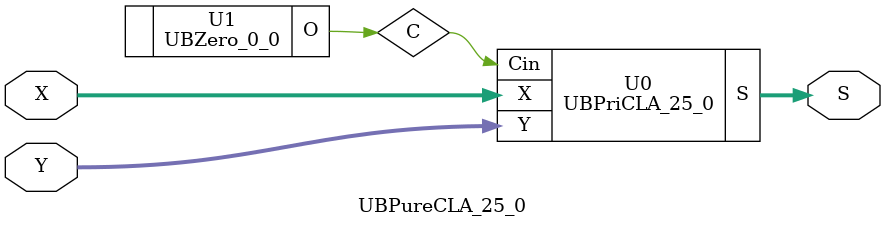
<source format=v>
/*----------------------------------------------------------------------------
  Copyright (c) 2021 Homma laboratory. All rights reserved.

  Top module: UBCLA_25_0_25_0

  Operand-1 length: 26
  Operand-2 length: 26
  Two-operand addition algorithm: Carry look-ahead adder
----------------------------------------------------------------------------*/

module GPGenerator(Go, Po, A, B);
  output Go;
  output Po;
  input A;
  input B;
  assign Go = A & B;
  assign Po = A ^ B;
endmodule

module CLAUnit_26(C, G, P, Cin);
  output [26:1] C;
  input Cin;
  input [25:0] G;
  input [25:0] P;
  assign C[1] = G[0] | ( P[0] & Cin );
  assign C[2] = G[1] | ( P[1] & G[0] ) | ( P[1] & P[0] & Cin );
  assign C[3] = G[2] | ( P[2] & G[1] ) | ( P[2] & P[1] & G[0] ) | ( P[2] & P[1] & P[0] & Cin );
  assign C[4] = G[3] | ( P[3] & G[2] ) | ( P[3] & P[2] & G[1] ) | ( P[3] & P[2] & P[1] & G[0] ) | ( P[3] & P[2] & P[1] & P[0] & Cin );
  assign C[5] = G[4] | ( P[4] & G[3] ) | ( P[4] & P[3] & G[2] ) | ( P[4] & P[3] & P[2] & G[1] ) | ( P[4] & P[3] & P[2] & P[1] & G[0] ) | ( P[4] & P[3] & P[2] & P[1] & P[0] & Cin );
  assign C[6] = G[5] | ( P[5] & G[4] ) | ( P[5] & P[4] & G[3] ) | ( P[5] & P[4] & P[3] & G[2] ) | ( P[5] & P[4] & P[3] & P[2] & G[1] ) | ( P[5] & P[4] & P[3] & P[2] & P[1] & G[0] ) | ( P[5] & P[4] & P[3]
 & P[2] & P[1] & P[0] & Cin );
  assign C[7] = G[6] | ( P[6] & G[5] ) | ( P[6] & P[5] & G[4] ) | ( P[6] & P[5] & P[4] & G[3] ) | ( P[6] & P[5] & P[4] & P[3] & G[2] ) | ( P[6] & P[5] & P[4] & P[3] & P[2] & G[1] ) | ( P[6] & P[5] & P[4]
 & P[3] & P[2] & P[1] & G[0] ) | ( P[6] & P[5] & P[4] & P[3] & P[2] & P[1] & P[0] & Cin );
  assign C[8] = G[7] | ( P[7] & G[6] ) | ( P[7] & P[6] & G[5] ) | ( P[7] & P[6] & P[5] & G[4] ) | ( P[7] & P[6] & P[5] & P[4] & G[3] ) | ( P[7] & P[6] & P[5] & P[4] & P[3] & G[2] ) | ( P[7] & P[6] & P[5]
 & P[4] & P[3] & P[2] & G[1] ) | ( P[7] & P[6] & P[5] & P[4] & P[3] & P[2] & P[1] & G[0] ) | ( P[7] & P[6] & P[5] & P[4] & P[3] & P[2] & P[1] & P[0] & Cin );
  assign C[9] = G[8] | ( P[8] & G[7] ) | ( P[8] & P[7] & G[6] ) | ( P[8] & P[7] & P[6] & G[5] ) | ( P[8] & P[7] & P[6] & P[5] & G[4] ) | ( P[8] & P[7] & P[6] & P[5] & P[4] & G[3] ) | ( P[8] & P[7] & P[6]
 & P[5] & P[4] & P[3] & G[2] ) | ( P[8] & P[7] & P[6] & P[5] & P[4] & P[3] & P[2] & G[1] ) | ( P[8] & P[7] & P[6] & P[5] & P[4] & P[3] & P[2] & P[1] & G[0] ) | ( P[8] & P[7] & P[6] & P[5] & P[4] & P[3]
 & P[2] & P[1] & P[0] & Cin );
  assign C[10] = G[9] | ( P[9] & G[8] ) | ( P[9] & P[8] & G[7] ) | ( P[9] & P[8] & P[7] & G[6] ) | ( P[9] & P[8] & P[7] & P[6] & G[5] ) | ( P[9] & P[8] & P[7] & P[6] & P[5] & G[4] ) | ( P[9] & P[8] & P[7]
 & P[6] & P[5] & P[4] & G[3] ) | ( P[9] & P[8] & P[7] & P[6] & P[5] & P[4] & P[3] & G[2] ) | ( P[9] & P[8] & P[7] & P[6] & P[5] & P[4] & P[3] & P[2] & G[1] ) | ( P[9] & P[8] & P[7] & P[6] & P[5] & P[4]
 & P[3] & P[2] & P[1] & G[0] ) | ( P[9] & P[8] & P[7] & P[6] & P[5] & P[4] & P[3] & P[2] & P[1] & P[0] & Cin );
  assign C[11] = G[10] | ( P[10] & G[9] ) | ( P[10] & P[9] & G[8] ) | ( P[10] & P[9] & P[8] & G[7] ) | ( P[10] & P[9] & P[8] & P[7] & G[6] ) | ( P[10] & P[9] & P[8] & P[7] & P[6] & G[5] ) | ( P[10] & P[9]
 & P[8] & P[7] & P[6] & P[5] & G[4] ) | ( P[10] & P[9] & P[8] & P[7] & P[6] & P[5] & P[4] & G[3] ) | ( P[10] & P[9] & P[8] & P[7] & P[6] & P[5] & P[4] & P[3] & G[2] ) | ( P[10] & P[9] & P[8] & P[7] & P[6]
 & P[5] & P[4] & P[3] & P[2] & G[1] ) | ( P[10] & P[9] & P[8] & P[7] & P[6] & P[5] & P[4] & P[3] & P[2] & P[1] & G[0] ) | ( P[10] & P[9] & P[8] & P[7] & P[6] & P[5] & P[4] & P[3] & P[2] & P[1] & P[0] &
 Cin );
  assign C[12] = G[11] | ( P[11] & G[10] ) | ( P[11] & P[10] & G[9] ) | ( P[11] & P[10] & P[9] & G[8] ) | ( P[11] & P[10] & P[9] & P[8] & G[7] ) | ( P[11] & P[10] & P[9] & P[8] & P[7] & G[6] ) | ( P[11]
 & P[10] & P[9] & P[8] & P[7] & P[6] & G[5] ) | ( P[11] & P[10] & P[9] & P[8] & P[7] & P[6] & P[5] & G[4] ) | ( P[11] & P[10] & P[9] & P[8] & P[7] & P[6] & P[5] & P[4] & G[3] ) | ( P[11] & P[10] & P[9]
 & P[8] & P[7] & P[6] & P[5] & P[4] & P[3] & G[2] ) | ( P[11] & P[10] & P[9] & P[8] & P[7] & P[6] & P[5] & P[4] & P[3] & P[2] & G[1] ) | ( P[11] & P[10] & P[9] & P[8] & P[7] & P[6] & P[5] & P[4] & P[3]
 & P[2] & P[1] & G[0] ) | ( P[11] & P[10] & P[9] & P[8] & P[7] & P[6] & P[5] & P[4] & P[3] & P[2] & P[1] & P[0] & Cin );
  assign C[13] = G[12] | ( P[12] & G[11] ) | ( P[12] & P[11] & G[10] ) | ( P[12] & P[11] & P[10] & G[9] ) | ( P[12] & P[11] & P[10] & P[9] & G[8] ) | ( P[12] & P[11] & P[10] & P[9] & P[8] & G[7] ) | ( P[12]
 & P[11] & P[10] & P[9] & P[8] & P[7] & G[6] ) | ( P[12] & P[11] & P[10] & P[9] & P[8] & P[7] & P[6] & G[5] ) | ( P[12] & P[11] & P[10] & P[9] & P[8] & P[7] & P[6] & P[5] & G[4] ) | ( P[12] & P[11] & P[10]
 & P[9] & P[8] & P[7] & P[6] & P[5] & P[4] & G[3] ) | ( P[12] & P[11] & P[10] & P[9] & P[8] & P[7] & P[6] & P[5] & P[4] & P[3] & G[2] ) | ( P[12] & P[11] & P[10] & P[9] & P[8] & P[7] & P[6] & P[5] & P[4]
 & P[3] & P[2] & G[1] ) | ( P[12] & P[11] & P[10] & P[9] & P[8] & P[7] & P[6] & P[5] & P[4] & P[3] & P[2] & P[1] & G[0] ) | ( P[12] & P[11] & P[10] & P[9] & P[8] & P[7] & P[6] & P[5] & P[4] & P[3] & P[2]
 & P[1] & P[0] & Cin );
  assign C[14] = G[13] | ( P[13] & G[12] ) | ( P[13] & P[12] & G[11] ) | ( P[13] & P[12] & P[11] & G[10] ) | ( P[13] & P[12] & P[11] & P[10] & G[9] ) | ( P[13] & P[12] & P[11] & P[10] & P[9] & G[8] ) |
 ( P[13] & P[12] & P[11] & P[10] & P[9] & P[8] & G[7] ) | ( P[13] & P[12] & P[11] & P[10] & P[9] & P[8] & P[7] & G[6] ) | ( P[13] & P[12] & P[11] & P[10] & P[9] & P[8] & P[7] & P[6] & G[5] ) | ( P[13] &
 P[12] & P[11] & P[10] & P[9] & P[8] & P[7] & P[6] & P[5] & G[4] ) | ( P[13] & P[12] & P[11] & P[10] & P[9] & P[8] & P[7] & P[6] & P[5] & P[4] & G[3] ) | ( P[13] & P[12] & P[11] & P[10] & P[9] & P[8] &
 P[7] & P[6] & P[5] & P[4] & P[3] & G[2] ) | ( P[13] & P[12] & P[11] & P[10] & P[9] & P[8] & P[7] & P[6] & P[5] & P[4] & P[3] & P[2] & G[1] ) | ( P[13] & P[12] & P[11] & P[10] & P[9] & P[8] & P[7] & P[6]
 & P[5] & P[4] & P[3] & P[2] & P[1] & G[0] ) | ( P[13] & P[12] & P[11] & P[10] & P[9] & P[8] & P[7] & P[6] & P[5] & P[4] & P[3] & P[2] & P[1] & P[0] & Cin );
  assign C[15] = G[14] | ( P[14] & G[13] ) | ( P[14] & P[13] & G[12] ) | ( P[14] & P[13] & P[12] & G[11] ) | ( P[14] & P[13] & P[12] & P[11] & G[10] ) | ( P[14] & P[13] & P[12] & P[11] & P[10] & G[9] )
 | ( P[14] & P[13] & P[12] & P[11] & P[10] & P[9] & G[8] ) | ( P[14] & P[13] & P[12] & P[11] & P[10] & P[9] & P[8] & G[7] ) | ( P[14] & P[13] & P[12] & P[11] & P[10] & P[9] & P[8] & P[7] & G[6] ) | ( P[14]
 & P[13] & P[12] & P[11] & P[10] & P[9] & P[8] & P[7] & P[6] & G[5] ) | ( P[14] & P[13] & P[12] & P[11] & P[10] & P[9] & P[8] & P[7] & P[6] & P[5] & G[4] ) | ( P[14] & P[13] & P[12] & P[11] & P[10] & P[9]
 & P[8] & P[7] & P[6] & P[5] & P[4] & G[3] ) | ( P[14] & P[13] & P[12] & P[11] & P[10] & P[9] & P[8] & P[7] & P[6] & P[5] & P[4] & P[3] & G[2] ) | ( P[14] & P[13] & P[12] & P[11] & P[10] & P[9] & P[8] &
 P[7] & P[6] & P[5] & P[4] & P[3] & P[2] & G[1] ) | ( P[14] & P[13] & P[12] & P[11] & P[10] & P[9] & P[8] & P[7] & P[6] & P[5] & P[4] & P[3] & P[2] & P[1] & G[0] ) | ( P[14] & P[13] & P[12] & P[11] & P[10]
 & P[9] & P[8] & P[7] & P[6] & P[5] & P[4] & P[3] & P[2] & P[1] & P[0] & Cin );
  assign C[16] = G[15] | ( P[15] & G[14] ) | ( P[15] & P[14] & G[13] ) | ( P[15] & P[14] & P[13] & G[12] ) | ( P[15] & P[14] & P[13] & P[12] & G[11] ) | ( P[15] & P[14] & P[13] & P[12] & P[11] & G[10] )
 | ( P[15] & P[14] & P[13] & P[12] & P[11] & P[10] & G[9] ) | ( P[15] & P[14] & P[13] & P[12] & P[11] & P[10] & P[9] & G[8] ) | ( P[15] & P[14] & P[13] & P[12] & P[11] & P[10] & P[9] & P[8] & G[7] ) | (
 P[15] & P[14] & P[13] & P[12] & P[11] & P[10] & P[9] & P[8] & P[7] & G[6] ) | ( P[15] & P[14] & P[13] & P[12] & P[11] & P[10] & P[9] & P[8] & P[7] & P[6] & G[5] ) | ( P[15] & P[14] & P[13] & P[12] & P[11]
 & P[10] & P[9] & P[8] & P[7] & P[6] & P[5] & G[4] ) | ( P[15] & P[14] & P[13] & P[12] & P[11] & P[10] & P[9] & P[8] & P[7] & P[6] & P[5] & P[4] & G[3] ) | ( P[15] & P[14] & P[13] & P[12] & P[11] & P[10]
 & P[9] & P[8] & P[7] & P[6] & P[5] & P[4] & P[3] & G[2] ) | ( P[15] & P[14] & P[13] & P[12] & P[11] & P[10] & P[9] & P[8] & P[7] & P[6] & P[5] & P[4] & P[3] & P[2] & G[1] ) | ( P[15] & P[14] & P[13] &
 P[12] & P[11] & P[10] & P[9] & P[8] & P[7] & P[6] & P[5] & P[4] & P[3] & P[2] & P[1] & G[0] ) | ( P[15] & P[14] & P[13] & P[12] & P[11] & P[10] & P[9] & P[8] & P[7] & P[6] & P[5] & P[4] & P[3] & P[2] &
 P[1] & P[0] & Cin );
  assign C[17] = G[16] | ( P[16] & G[15] ) | ( P[16] & P[15] & G[14] ) | ( P[16] & P[15] & P[14] & G[13] ) | ( P[16] & P[15] & P[14] & P[13] & G[12] ) | ( P[16] & P[15] & P[14] & P[13] & P[12] & G[11] )
 | ( P[16] & P[15] & P[14] & P[13] & P[12] & P[11] & G[10] ) | ( P[16] & P[15] & P[14] & P[13] & P[12] & P[11] & P[10] & G[9] ) | ( P[16] & P[15] & P[14] & P[13] & P[12] & P[11] & P[10] & P[9] & G[8] )
 | ( P[16] & P[15] & P[14] & P[13] & P[12] & P[11] & P[10] & P[9] & P[8] & G[7] ) | ( P[16] & P[15] & P[14] & P[13] & P[12] & P[11] & P[10] & P[9] & P[8] & P[7] & G[6] ) | ( P[16] & P[15] & P[14] & P[13]
 & P[12] & P[11] & P[10] & P[9] & P[8] & P[7] & P[6] & G[5] ) | ( P[16] & P[15] & P[14] & P[13] & P[12] & P[11] & P[10] & P[9] & P[8] & P[7] & P[6] & P[5] & G[4] ) | ( P[16] & P[15] & P[14] & P[13] & P[12]
 & P[11] & P[10] & P[9] & P[8] & P[7] & P[6] & P[5] & P[4] & G[3] ) | ( P[16] & P[15] & P[14] & P[13] & P[12] & P[11] & P[10] & P[9] & P[8] & P[7] & P[6] & P[5] & P[4] & P[3] & G[2] ) | ( P[16] & P[15]
 & P[14] & P[13] & P[12] & P[11] & P[10] & P[9] & P[8] & P[7] & P[6] & P[5] & P[4] & P[3] & P[2] & G[1] ) | ( P[16] & P[15] & P[14] & P[13] & P[12] & P[11] & P[10] & P[9] & P[8] & P[7] & P[6] & P[5] & P[4]
 & P[3] & P[2] & P[1] & G[0] ) | ( P[16] & P[15] & P[14] & P[13] & P[12] & P[11] & P[10] & P[9] & P[8] & P[7] & P[6] & P[5] & P[4] & P[3] & P[2] & P[1] & P[0] & Cin );
  assign C[18] = G[17] | ( P[17] & G[16] ) | ( P[17] & P[16] & G[15] ) | ( P[17] & P[16] & P[15] & G[14] ) | ( P[17] & P[16] & P[15] & P[14] & G[13] ) | ( P[17] & P[16] & P[15] & P[14] & P[13] & G[12] )
 | ( P[17] & P[16] & P[15] & P[14] & P[13] & P[12] & G[11] ) | ( P[17] & P[16] & P[15] & P[14] & P[13] & P[12] & P[11] & G[10] ) | ( P[17] & P[16] & P[15] & P[14] & P[13] & P[12] & P[11] & P[10] & G[9]
 ) | ( P[17] & P[16] & P[15] & P[14] & P[13] & P[12] & P[11] & P[10] & P[9] & G[8] ) | ( P[17] & P[16] & P[15] & P[14] & P[13] & P[12] & P[11] & P[10] & P[9] & P[8] & G[7] ) | ( P[17] & P[16] & P[15] &
 P[14] & P[13] & P[12] & P[11] & P[10] & P[9] & P[8] & P[7] & G[6] ) | ( P[17] & P[16] & P[15] & P[14] & P[13] & P[12] & P[11] & P[10] & P[9] & P[8] & P[7] & P[6] & G[5] ) | ( P[17] & P[16] & P[15] & P[14]
 & P[13] & P[12] & P[11] & P[10] & P[9] & P[8] & P[7] & P[6] & P[5] & G[4] ) | ( P[17] & P[16] & P[15] & P[14] & P[13] & P[12] & P[11] & P[10] & P[9] & P[8] & P[7] & P[6] & P[5] & P[4] & G[3] ) | ( P[17]
 & P[16] & P[15] & P[14] & P[13] & P[12] & P[11] & P[10] & P[9] & P[8] & P[7] & P[6] & P[5] & P[4] & P[3] & G[2] ) | ( P[17] & P[16] & P[15] & P[14] & P[13] & P[12] & P[11] & P[10] & P[9] & P[8] & P[7]
 & P[6] & P[5] & P[4] & P[3] & P[2] & G[1] ) | ( P[17] & P[16] & P[15] & P[14] & P[13] & P[12] & P[11] & P[10] & P[9] & P[8] & P[7] & P[6] & P[5] & P[4] & P[3] & P[2] & P[1] & G[0] ) | ( P[17] & P[16] &
 P[15] & P[14] & P[13] & P[12] & P[11] & P[10] & P[9] & P[8] & P[7] & P[6] & P[5] & P[4] & P[3] & P[2] & P[1] & P[0] & Cin );
  assign C[19] = G[18] | ( P[18] & G[17] ) | ( P[18] & P[17] & G[16] ) | ( P[18] & P[17] & P[16] & G[15] ) | ( P[18] & P[17] & P[16] & P[15] & G[14] ) | ( P[18] & P[17] & P[16] & P[15] & P[14] & G[13] )
 | ( P[18] & P[17] & P[16] & P[15] & P[14] & P[13] & G[12] ) | ( P[18] & P[17] & P[16] & P[15] & P[14] & P[13] & P[12] & G[11] ) | ( P[18] & P[17] & P[16] & P[15] & P[14] & P[13] & P[12] & P[11] & G[10]
 ) | ( P[18] & P[17] & P[16] & P[15] & P[14] & P[13] & P[12] & P[11] & P[10] & G[9] ) | ( P[18] & P[17] & P[16] & P[15] & P[14] & P[13] & P[12] & P[11] & P[10] & P[9] & G[8] ) | ( P[18] & P[17] & P[16]
 & P[15] & P[14] & P[13] & P[12] & P[11] & P[10] & P[9] & P[8] & G[7] ) | ( P[18] & P[17] & P[16] & P[15] & P[14] & P[13] & P[12] & P[11] & P[10] & P[9] & P[8] & P[7] & G[6] ) | ( P[18] & P[17] & P[16]
 & P[15] & P[14] & P[13] & P[12] & P[11] & P[10] & P[9] & P[8] & P[7] & P[6] & G[5] ) | ( P[18] & P[17] & P[16] & P[15] & P[14] & P[13] & P[12] & P[11] & P[10] & P[9] & P[8] & P[7] & P[6] & P[5] & G[4]
 ) | ( P[18] & P[17] & P[16] & P[15] & P[14] & P[13] & P[12] & P[11] & P[10] & P[9] & P[8] & P[7] & P[6] & P[5] & P[4] & G[3] ) | ( P[18] & P[17] & P[16] & P[15] & P[14] & P[13] & P[12] & P[11] & P[10]
 & P[9] & P[8] & P[7] & P[6] & P[5] & P[4] & P[3] & G[2] ) | ( P[18] & P[17] & P[16] & P[15] & P[14] & P[13] & P[12] & P[11] & P[10] & P[9] & P[8] & P[7] & P[6] & P[5] & P[4] & P[3] & P[2] & G[1] ) | (
 P[18] & P[17] & P[16] & P[15] & P[14] & P[13] & P[12] & P[11] & P[10] & P[9] & P[8] & P[7] & P[6] & P[5] & P[4] & P[3] & P[2] & P[1] & G[0] ) | ( P[18] & P[17] & P[16] & P[15] & P[14] & P[13] & P[12] &
 P[11] & P[10] & P[9] & P[8] & P[7] & P[6] & P[5] & P[4] & P[3] & P[2] & P[1] & P[0] & Cin );
  assign C[20] = G[19] | ( P[19] & G[18] ) | ( P[19] & P[18] & G[17] ) | ( P[19] & P[18] & P[17] & G[16] ) | ( P[19] & P[18] & P[17] & P[16] & G[15] ) | ( P[19] & P[18] & P[17] & P[16] & P[15] & G[14] )
 | ( P[19] & P[18] & P[17] & P[16] & P[15] & P[14] & G[13] ) | ( P[19] & P[18] & P[17] & P[16] & P[15] & P[14] & P[13] & G[12] ) | ( P[19] & P[18] & P[17] & P[16] & P[15] & P[14] & P[13] & P[12] & G[11]
 ) | ( P[19] & P[18] & P[17] & P[16] & P[15] & P[14] & P[13] & P[12] & P[11] & G[10] ) | ( P[19] & P[18] & P[17] & P[16] & P[15] & P[14] & P[13] & P[12] & P[11] & P[10] & G[9] ) | ( P[19] & P[18] & P[17]
 & P[16] & P[15] & P[14] & P[13] & P[12] & P[11] & P[10] & P[9] & G[8] ) | ( P[19] & P[18] & P[17] & P[16] & P[15] & P[14] & P[13] & P[12] & P[11] & P[10] & P[9] & P[8] & G[7] ) | ( P[19] & P[18] & P[17]
 & P[16] & P[15] & P[14] & P[13] & P[12] & P[11] & P[10] & P[9] & P[8] & P[7] & G[6] ) | ( P[19] & P[18] & P[17] & P[16] & P[15] & P[14] & P[13] & P[12] & P[11] & P[10] & P[9] & P[8] & P[7] & P[6] & G[5]
 ) | ( P[19] & P[18] & P[17] & P[16] & P[15] & P[14] & P[13] & P[12] & P[11] & P[10] & P[9] & P[8] & P[7] & P[6] & P[5] & G[4] ) | ( P[19] & P[18] & P[17] & P[16] & P[15] & P[14] & P[13] & P[12] & P[11]
 & P[10] & P[9] & P[8] & P[7] & P[6] & P[5] & P[4] & G[3] ) | ( P[19] & P[18] & P[17] & P[16] & P[15] & P[14] & P[13] & P[12] & P[11] & P[10] & P[9] & P[8] & P[7] & P[6] & P[5] & P[4] & P[3] & G[2] ) |
 ( P[19] & P[18] & P[17] & P[16] & P[15] & P[14] & P[13] & P[12] & P[11] & P[10] & P[9] & P[8] & P[7] & P[6] & P[5] & P[4] & P[3] & P[2] & G[1] ) | ( P[19] & P[18] & P[17] & P[16] & P[15] & P[14] & P[13]
 & P[12] & P[11] & P[10] & P[9] & P[8] & P[7] & P[6] & P[5] & P[4] & P[3] & P[2] & P[1] & G[0] ) | ( P[19] & P[18] & P[17] & P[16] & P[15] & P[14] & P[13] & P[12] & P[11] & P[10] & P[9] & P[8] & P[7] &
 P[6] & P[5] & P[4] & P[3] & P[2] & P[1] & P[0] & Cin );
  assign C[21] = G[20] | ( P[20] & G[19] ) | ( P[20] & P[19] & G[18] ) | ( P[20] & P[19] & P[18] & G[17] ) | ( P[20] & P[19] & P[18] & P[17] & G[16] ) | ( P[20] & P[19] & P[18] & P[17] & P[16] & G[15] )
 | ( P[20] & P[19] & P[18] & P[17] & P[16] & P[15] & G[14] ) | ( P[20] & P[19] & P[18] & P[17] & P[16] & P[15] & P[14] & G[13] ) | ( P[20] & P[19] & P[18] & P[17] & P[16] & P[15] & P[14] & P[13] & G[12]
 ) | ( P[20] & P[19] & P[18] & P[17] & P[16] & P[15] & P[14] & P[13] & P[12] & G[11] ) | ( P[20] & P[19] & P[18] & P[17] & P[16] & P[15] & P[14] & P[13] & P[12] & P[11] & G[10] ) | ( P[20] & P[19] & P[18]
 & P[17] & P[16] & P[15] & P[14] & P[13] & P[12] & P[11] & P[10] & G[9] ) | ( P[20] & P[19] & P[18] & P[17] & P[16] & P[15] & P[14] & P[13] & P[12] & P[11] & P[10] & P[9] & G[8] ) | ( P[20] & P[19] & P[18]
 & P[17] & P[16] & P[15] & P[14] & P[13] & P[12] & P[11] & P[10] & P[9] & P[8] & G[7] ) | ( P[20] & P[19] & P[18] & P[17] & P[16] & P[15] & P[14] & P[13] & P[12] & P[11] & P[10] & P[9] & P[8] & P[7] & G[6]
 ) | ( P[20] & P[19] & P[18] & P[17] & P[16] & P[15] & P[14] & P[13] & P[12] & P[11] & P[10] & P[9] & P[8] & P[7] & P[6] & G[5] ) | ( P[20] & P[19] & P[18] & P[17] & P[16] & P[15] & P[14] & P[13] & P[12]
 & P[11] & P[10] & P[9] & P[8] & P[7] & P[6] & P[5] & G[4] ) | ( P[20] & P[19] & P[18] & P[17] & P[16] & P[15] & P[14] & P[13] & P[12] & P[11] & P[10] & P[9] & P[8] & P[7] & P[6] & P[5] & P[4] & G[3] )
 | ( P[20] & P[19] & P[18] & P[17] & P[16] & P[15] & P[14] & P[13] & P[12] & P[11] & P[10] & P[9] & P[8] & P[7] & P[6] & P[5] & P[4] & P[3] & G[2] ) | ( P[20] & P[19] & P[18] & P[17] & P[16] & P[15] & P[14]
 & P[13] & P[12] & P[11] & P[10] & P[9] & P[8] & P[7] & P[6] & P[5] & P[4] & P[3] & P[2] & G[1] ) | ( P[20] & P[19] & P[18] & P[17] & P[16] & P[15] & P[14] & P[13] & P[12] & P[11] & P[10] & P[9] & P[8]
 & P[7] & P[6] & P[5] & P[4] & P[3] & P[2] & P[1] & G[0] ) | ( P[20] & P[19] & P[18] & P[17] & P[16] & P[15] & P[14] & P[13] & P[12] & P[11] & P[10] & P[9] & P[8] & P[7] & P[6] & P[5] & P[4] & P[3] & P[2]
 & P[1] & P[0] & Cin );
  assign C[22] = G[21] | ( P[21] & G[20] ) | ( P[21] & P[20] & G[19] ) | ( P[21] & P[20] & P[19] & G[18] ) | ( P[21] & P[20] & P[19] & P[18] & G[17] ) | ( P[21] & P[20] & P[19] & P[18] & P[17] & G[16] )
 | ( P[21] & P[20] & P[19] & P[18] & P[17] & P[16] & G[15] ) | ( P[21] & P[20] & P[19] & P[18] & P[17] & P[16] & P[15] & G[14] ) | ( P[21] & P[20] & P[19] & P[18] & P[17] & P[16] & P[15] & P[14] & G[13]
 ) | ( P[21] & P[20] & P[19] & P[18] & P[17] & P[16] & P[15] & P[14] & P[13] & G[12] ) | ( P[21] & P[20] & P[19] & P[18] & P[17] & P[16] & P[15] & P[14] & P[13] & P[12] & G[11] ) | ( P[21] & P[20] & P[19]
 & P[18] & P[17] & P[16] & P[15] & P[14] & P[13] & P[12] & P[11] & G[10] ) | ( P[21] & P[20] & P[19] & P[18] & P[17] & P[16] & P[15] & P[14] & P[13] & P[12] & P[11] & P[10] & G[9] ) | ( P[21] & P[20] &
 P[19] & P[18] & P[17] & P[16] & P[15] & P[14] & P[13] & P[12] & P[11] & P[10] & P[9] & G[8] ) | ( P[21] & P[20] & P[19] & P[18] & P[17] & P[16] & P[15] & P[14] & P[13] & P[12] & P[11] & P[10] & P[9] &
 P[8] & G[7] ) | ( P[21] & P[20] & P[19] & P[18] & P[17] & P[16] & P[15] & P[14] & P[13] & P[12] & P[11] & P[10] & P[9] & P[8] & P[7] & G[6] ) | ( P[21] & P[20] & P[19] & P[18] & P[17] & P[16] & P[15] &
 P[14] & P[13] & P[12] & P[11] & P[10] & P[9] & P[8] & P[7] & P[6] & G[5] ) | ( P[21] & P[20] & P[19] & P[18] & P[17] & P[16] & P[15] & P[14] & P[13] & P[12] & P[11] & P[10] & P[9] & P[8] & P[7] & P[6]
 & P[5] & G[4] ) | ( P[21] & P[20] & P[19] & P[18] & P[17] & P[16] & P[15] & P[14] & P[13] & P[12] & P[11] & P[10] & P[9] & P[8] & P[7] & P[6] & P[5] & P[4] & G[3] ) | ( P[21] & P[20] & P[19] & P[18] &
 P[17] & P[16] & P[15] & P[14] & P[13] & P[12] & P[11] & P[10] & P[9] & P[8] & P[7] & P[6] & P[5] & P[4] & P[3] & G[2] ) | ( P[21] & P[20] & P[19] & P[18] & P[17] & P[16] & P[15] & P[14] & P[13] & P[12]
 & P[11] & P[10] & P[9] & P[8] & P[7] & P[6] & P[5] & P[4] & P[3] & P[2] & G[1] ) | ( P[21] & P[20] & P[19] & P[18] & P[17] & P[16] & P[15] & P[14] & P[13] & P[12] & P[11] & P[10] & P[9] & P[8] & P[7] &
 P[6] & P[5] & P[4] & P[3] & P[2] & P[1] & G[0] ) | ( P[21] & P[20] & P[19] & P[18] & P[17] & P[16] & P[15] & P[14] & P[13] & P[12] & P[11] & P[10] & P[9] & P[8] & P[7] & P[6] & P[5] & P[4] & P[3] & P[2]
 & P[1] & P[0] & Cin );
  assign C[23] = G[22] | ( P[22] & G[21] ) | ( P[22] & P[21] & G[20] ) | ( P[22] & P[21] & P[20] & G[19] ) | ( P[22] & P[21] & P[20] & P[19] & G[18] ) | ( P[22] & P[21] & P[20] & P[19] & P[18] & G[17] )
 | ( P[22] & P[21] & P[20] & P[19] & P[18] & P[17] & G[16] ) | ( P[22] & P[21] & P[20] & P[19] & P[18] & P[17] & P[16] & G[15] ) | ( P[22] & P[21] & P[20] & P[19] & P[18] & P[17] & P[16] & P[15] & G[14]
 ) | ( P[22] & P[21] & P[20] & P[19] & P[18] & P[17] & P[16] & P[15] & P[14] & G[13] ) | ( P[22] & P[21] & P[20] & P[19] & P[18] & P[17] & P[16] & P[15] & P[14] & P[13] & G[12] ) | ( P[22] & P[21] & P[20]
 & P[19] & P[18] & P[17] & P[16] & P[15] & P[14] & P[13] & P[12] & G[11] ) | ( P[22] & P[21] & P[20] & P[19] & P[18] & P[17] & P[16] & P[15] & P[14] & P[13] & P[12] & P[11] & G[10] ) | ( P[22] & P[21] &
 P[20] & P[19] & P[18] & P[17] & P[16] & P[15] & P[14] & P[13] & P[12] & P[11] & P[10] & G[9] ) | ( P[22] & P[21] & P[20] & P[19] & P[18] & P[17] & P[16] & P[15] & P[14] & P[13] & P[12] & P[11] & P[10]
 & P[9] & G[8] ) | ( P[22] & P[21] & P[20] & P[19] & P[18] & P[17] & P[16] & P[15] & P[14] & P[13] & P[12] & P[11] & P[10] & P[9] & P[8] & G[7] ) | ( P[22] & P[21] & P[20] & P[19] & P[18] & P[17] & P[16]
 & P[15] & P[14] & P[13] & P[12] & P[11] & P[10] & P[9] & P[8] & P[7] & G[6] ) | ( P[22] & P[21] & P[20] & P[19] & P[18] & P[17] & P[16] & P[15] & P[14] & P[13] & P[12] & P[11] & P[10] & P[9] & P[8] & P[7]
 & P[6] & G[5] ) | ( P[22] & P[21] & P[20] & P[19] & P[18] & P[17] & P[16] & P[15] & P[14] & P[13] & P[12] & P[11] & P[10] & P[9] & P[8] & P[7] & P[6] & P[5] & G[4] ) | ( P[22] & P[21] & P[20] & P[19] &
 P[18] & P[17] & P[16] & P[15] & P[14] & P[13] & P[12] & P[11] & P[10] & P[9] & P[8] & P[7] & P[6] & P[5] & P[4] & G[3] ) | ( P[22] & P[21] & P[20] & P[19] & P[18] & P[17] & P[16] & P[15] & P[14] & P[13]
 & P[12] & P[11] & P[10] & P[9] & P[8] & P[7] & P[6] & P[5] & P[4] & P[3] & G[2] ) | ( P[22] & P[21] & P[20] & P[19] & P[18] & P[17] & P[16] & P[15] & P[14] & P[13] & P[12] & P[11] & P[10] & P[9] & P[8]
 & P[7] & P[6] & P[5] & P[4] & P[3] & P[2] & G[1] ) | ( P[22] & P[21] & P[20] & P[19] & P[18] & P[17] & P[16] & P[15] & P[14] & P[13] & P[12] & P[11] & P[10] & P[9] & P[8] & P[7] & P[6] & P[5] & P[4] &
 P[3] & P[2] & P[1] & G[0] ) | ( P[22] & P[21] & P[20] & P[19] & P[18] & P[17] & P[16] & P[15] & P[14] & P[13] & P[12] & P[11] & P[10] & P[9] & P[8] & P[7] & P[6] & P[5] & P[4] & P[3] & P[2] & P[1] & P[0]
 & Cin );
  assign C[24] = G[23] | ( P[23] & G[22] ) | ( P[23] & P[22] & G[21] ) | ( P[23] & P[22] & P[21] & G[20] ) | ( P[23] & P[22] & P[21] & P[20] & G[19] ) | ( P[23] & P[22] & P[21] & P[20] & P[19] & G[18] )
 | ( P[23] & P[22] & P[21] & P[20] & P[19] & P[18] & G[17] ) | ( P[23] & P[22] & P[21] & P[20] & P[19] & P[18] & P[17] & G[16] ) | ( P[23] & P[22] & P[21] & P[20] & P[19] & P[18] & P[17] & P[16] & G[15]
 ) | ( P[23] & P[22] & P[21] & P[20] & P[19] & P[18] & P[17] & P[16] & P[15] & G[14] ) | ( P[23] & P[22] & P[21] & P[20] & P[19] & P[18] & P[17] & P[16] & P[15] & P[14] & G[13] ) | ( P[23] & P[22] & P[21]
 & P[20] & P[19] & P[18] & P[17] & P[16] & P[15] & P[14] & P[13] & G[12] ) | ( P[23] & P[22] & P[21] & P[20] & P[19] & P[18] & P[17] & P[16] & P[15] & P[14] & P[13] & P[12] & G[11] ) | ( P[23] & P[22] &
 P[21] & P[20] & P[19] & P[18] & P[17] & P[16] & P[15] & P[14] & P[13] & P[12] & P[11] & G[10] ) | ( P[23] & P[22] & P[21] & P[20] & P[19] & P[18] & P[17] & P[16] & P[15] & P[14] & P[13] & P[12] & P[11]
 & P[10] & G[9] ) | ( P[23] & P[22] & P[21] & P[20] & P[19] & P[18] & P[17] & P[16] & P[15] & P[14] & P[13] & P[12] & P[11] & P[10] & P[9] & G[8] ) | ( P[23] & P[22] & P[21] & P[20] & P[19] & P[18] & P[17]
 & P[16] & P[15] & P[14] & P[13] & P[12] & P[11] & P[10] & P[9] & P[8] & G[7] ) | ( P[23] & P[22] & P[21] & P[20] & P[19] & P[18] & P[17] & P[16] & P[15] & P[14] & P[13] & P[12] & P[11] & P[10] & P[9] &
 P[8] & P[7] & G[6] ) | ( P[23] & P[22] & P[21] & P[20] & P[19] & P[18] & P[17] & P[16] & P[15] & P[14] & P[13] & P[12] & P[11] & P[10] & P[9] & P[8] & P[7] & P[6] & G[5] ) | ( P[23] & P[22] & P[21] & P[20]
 & P[19] & P[18] & P[17] & P[16] & P[15] & P[14] & P[13] & P[12] & P[11] & P[10] & P[9] & P[8] & P[7] & P[6] & P[5] & G[4] ) | ( P[23] & P[22] & P[21] & P[20] & P[19] & P[18] & P[17] & P[16] & P[15] & P[14]
 & P[13] & P[12] & P[11] & P[10] & P[9] & P[8] & P[7] & P[6] & P[5] & P[4] & G[3] ) | ( P[23] & P[22] & P[21] & P[20] & P[19] & P[18] & P[17] & P[16] & P[15] & P[14] & P[13] & P[12] & P[11] & P[10] & P[9]
 & P[8] & P[7] & P[6] & P[5] & P[4] & P[3] & G[2] ) | ( P[23] & P[22] & P[21] & P[20] & P[19] & P[18] & P[17] & P[16] & P[15] & P[14] & P[13] & P[12] & P[11] & P[10] & P[9] & P[8] & P[7] & P[6] & P[5] &
 P[4] & P[3] & P[2] & G[1] ) | ( P[23] & P[22] & P[21] & P[20] & P[19] & P[18] & P[17] & P[16] & P[15] & P[14] & P[13] & P[12] & P[11] & P[10] & P[9] & P[8] & P[7] & P[6] & P[5] & P[4] & P[3] & P[2] & P[1]
 & G[0] ) | ( P[23] & P[22] & P[21] & P[20] & P[19] & P[18] & P[17] & P[16] & P[15] & P[14] & P[13] & P[12] & P[11] & P[10] & P[9] & P[8] & P[7] & P[6] & P[5] & P[4] & P[3] & P[2] & P[1] & P[0] & Cin );
  assign C[25] = G[24] | ( P[24] & G[23] ) | ( P[24] & P[23] & G[22] ) | ( P[24] & P[23] & P[22] & G[21] ) | ( P[24] & P[23] & P[22] & P[21] & G[20] ) | ( P[24] & P[23] & P[22] & P[21] & P[20] & G[19] )
 | ( P[24] & P[23] & P[22] & P[21] & P[20] & P[19] & G[18] ) | ( P[24] & P[23] & P[22] & P[21] & P[20] & P[19] & P[18] & G[17] ) | ( P[24] & P[23] & P[22] & P[21] & P[20] & P[19] & P[18] & P[17] & G[16]
 ) | ( P[24] & P[23] & P[22] & P[21] & P[20] & P[19] & P[18] & P[17] & P[16] & G[15] ) | ( P[24] & P[23] & P[22] & P[21] & P[20] & P[19] & P[18] & P[17] & P[16] & P[15] & G[14] ) | ( P[24] & P[23] & P[22]
 & P[21] & P[20] & P[19] & P[18] & P[17] & P[16] & P[15] & P[14] & G[13] ) | ( P[24] & P[23] & P[22] & P[21] & P[20] & P[19] & P[18] & P[17] & P[16] & P[15] & P[14] & P[13] & G[12] ) | ( P[24] & P[23] &
 P[22] & P[21] & P[20] & P[19] & P[18] & P[17] & P[16] & P[15] & P[14] & P[13] & P[12] & G[11] ) | ( P[24] & P[23] & P[22] & P[21] & P[20] & P[19] & P[18] & P[17] & P[16] & P[15] & P[14] & P[13] & P[12]
 & P[11] & G[10] ) | ( P[24] & P[23] & P[22] & P[21] & P[20] & P[19] & P[18] & P[17] & P[16] & P[15] & P[14] & P[13] & P[12] & P[11] & P[10] & G[9] ) | ( P[24] & P[23] & P[22] & P[21] & P[20] & P[19] &
 P[18] & P[17] & P[16] & P[15] & P[14] & P[13] & P[12] & P[11] & P[10] & P[9] & G[8] ) | ( P[24] & P[23] & P[22] & P[21] & P[20] & P[19] & P[18] & P[17] & P[16] & P[15] & P[14] & P[13] & P[12] & P[11] &
 P[10] & P[9] & P[8] & G[7] ) | ( P[24] & P[23] & P[22] & P[21] & P[20] & P[19] & P[18] & P[17] & P[16] & P[15] & P[14] & P[13] & P[12] & P[11] & P[10] & P[9] & P[8] & P[7] & G[6] ) | ( P[24] & P[23] &
 P[22] & P[21] & P[20] & P[19] & P[18] & P[17] & P[16] & P[15] & P[14] & P[13] & P[12] & P[11] & P[10] & P[9] & P[8] & P[7] & P[6] & G[5] ) | ( P[24] & P[23] & P[22] & P[21] & P[20] & P[19] & P[18] & P[17]
 & P[16] & P[15] & P[14] & P[13] & P[12] & P[11] & P[10] & P[9] & P[8] & P[7] & P[6] & P[5] & G[4] ) | ( P[24] & P[23] & P[22] & P[21] & P[20] & P[19] & P[18] & P[17] & P[16] & P[15] & P[14] & P[13] & P[12]
 & P[11] & P[10] & P[9] & P[8] & P[7] & P[6] & P[5] & P[4] & G[3] ) | ( P[24] & P[23] & P[22] & P[21] & P[20] & P[19] & P[18] & P[17] & P[16] & P[15] & P[14] & P[13] & P[12] & P[11] & P[10] & P[9] & P[8]
 & P[7] & P[6] & P[5] & P[4] & P[3] & G[2] ) | ( P[24] & P[23] & P[22] & P[21] & P[20] & P[19] & P[18] & P[17] & P[16] & P[15] & P[14] & P[13] & P[12] & P[11] & P[10] & P[9] & P[8] & P[7] & P[6] & P[5]
 & P[4] & P[3] & P[2] & G[1] ) | ( P[24] & P[23] & P[22] & P[21] & P[20] & P[19] & P[18] & P[17] & P[16] & P[15] & P[14] & P[13] & P[12] & P[11] & P[10] & P[9] & P[8] & P[7] & P[6] & P[5] & P[4] & P[3]
 & P[2] & P[1] & G[0] ) | ( P[24] & P[23] & P[22] & P[21] & P[20] & P[19] & P[18] & P[17] & P[16] & P[15] & P[14] & P[13] & P[12] & P[11] & P[10] & P[9] & P[8] & P[7] & P[6] & P[5] & P[4] & P[3] & P[2]
 & P[1] & P[0] & Cin );
  assign C[26] = G[25] | ( P[25] & G[24] ) | ( P[25] & P[24] & G[23] ) | ( P[25] & P[24] & P[23] & G[22] ) | ( P[25] & P[24] & P[23] & P[22] & G[21] ) | ( P[25] & P[24] & P[23] & P[22] & P[21] & G[20] )
 | ( P[25] & P[24] & P[23] & P[22] & P[21] & P[20] & G[19] ) | ( P[25] & P[24] & P[23] & P[22] & P[21] & P[20] & P[19] & G[18] ) | ( P[25] & P[24] & P[23] & P[22] & P[21] & P[20] & P[19] & P[18] & G[17]
 ) | ( P[25] & P[24] & P[23] & P[22] & P[21] & P[20] & P[19] & P[18] & P[17] & G[16] ) | ( P[25] & P[24] & P[23] & P[22] & P[21] & P[20] & P[19] & P[18] & P[17] & P[16] & G[15] ) | ( P[25] & P[24] & P[23]
 & P[22] & P[21] & P[20] & P[19] & P[18] & P[17] & P[16] & P[15] & G[14] ) | ( P[25] & P[24] & P[23] & P[22] & P[21] & P[20] & P[19] & P[18] & P[17] & P[16] & P[15] & P[14] & G[13] ) | ( P[25] & P[24] &
 P[23] & P[22] & P[21] & P[20] & P[19] & P[18] & P[17] & P[16] & P[15] & P[14] & P[13] & G[12] ) | ( P[25] & P[24] & P[23] & P[22] & P[21] & P[20] & P[19] & P[18] & P[17] & P[16] & P[15] & P[14] & P[13]
 & P[12] & G[11] ) | ( P[25] & P[24] & P[23] & P[22] & P[21] & P[20] & P[19] & P[18] & P[17] & P[16] & P[15] & P[14] & P[13] & P[12] & P[11] & G[10] ) | ( P[25] & P[24] & P[23] & P[22] & P[21] & P[20] &
 P[19] & P[18] & P[17] & P[16] & P[15] & P[14] & P[13] & P[12] & P[11] & P[10] & G[9] ) | ( P[25] & P[24] & P[23] & P[22] & P[21] & P[20] & P[19] & P[18] & P[17] & P[16] & P[15] & P[14] & P[13] & P[12]
 & P[11] & P[10] & P[9] & G[8] ) | ( P[25] & P[24] & P[23] & P[22] & P[21] & P[20] & P[19] & P[18] & P[17] & P[16] & P[15] & P[14] & P[13] & P[12] & P[11] & P[10] & P[9] & P[8] & G[7] ) | ( P[25] & P[24]
 & P[23] & P[22] & P[21] & P[20] & P[19] & P[18] & P[17] & P[16] & P[15] & P[14] & P[13] & P[12] & P[11] & P[10] & P[9] & P[8] & P[7] & G[6] ) | ( P[25] & P[24] & P[23] & P[22] & P[21] & P[20] & P[19] &
 P[18] & P[17] & P[16] & P[15] & P[14] & P[13] & P[12] & P[11] & P[10] & P[9] & P[8] & P[7] & P[6] & G[5] ) | ( P[25] & P[24] & P[23] & P[22] & P[21] & P[20] & P[19] & P[18] & P[17] & P[16] & P[15] & P[14]
 & P[13] & P[12] & P[11] & P[10] & P[9] & P[8] & P[7] & P[6] & P[5] & G[4] ) | ( P[25] & P[24] & P[23] & P[22] & P[21] & P[20] & P[19] & P[18] & P[17] & P[16] & P[15] & P[14] & P[13] & P[12] & P[11] & P[10]
 & P[9] & P[8] & P[7] & P[6] & P[5] & P[4] & G[3] ) | ( P[25] & P[24] & P[23] & P[22] & P[21] & P[20] & P[19] & P[18] & P[17] & P[16] & P[15] & P[14] & P[13] & P[12] & P[11] & P[10] & P[9] & P[8] & P[7]
 & P[6] & P[5] & P[4] & P[3] & G[2] ) | ( P[25] & P[24] & P[23] & P[22] & P[21] & P[20] & P[19] & P[18] & P[17] & P[16] & P[15] & P[14] & P[13] & P[12] & P[11] & P[10] & P[9] & P[8] & P[7] & P[6] & P[5]
 & P[4] & P[3] & P[2] & G[1] ) | ( P[25] & P[24] & P[23] & P[22] & P[21] & P[20] & P[19] & P[18] & P[17] & P[16] & P[15] & P[14] & P[13] & P[12] & P[11] & P[10] & P[9] & P[8] & P[7] & P[6] & P[5] & P[4]
 & P[3] & P[2] & P[1] & G[0] ) | ( P[25] & P[24] & P[23] & P[22] & P[21] & P[20] & P[19] & P[18] & P[17] & P[16] & P[15] & P[14] & P[13] & P[12] & P[11] & P[10] & P[9] & P[8] & P[7] & P[6] & P[5] & P[4]
 & P[3] & P[2] & P[1] & P[0] & Cin );
endmodule

module UBPriCLA_25_0(S, X, Y, Cin);
  output [26:0] S;
  input Cin;
  input [25:0] X;
  input [25:0] Y;
  wire [26:1] C;
  wire [25:0] G;
  wire [25:0] P;
  assign S[0] = Cin ^ P[0];
  assign S[1] = C[1] ^ P[1];
  assign S[2] = C[2] ^ P[2];
  assign S[3] = C[3] ^ P[3];
  assign S[4] = C[4] ^ P[4];
  assign S[5] = C[5] ^ P[5];
  assign S[6] = C[6] ^ P[6];
  assign S[7] = C[7] ^ P[7];
  assign S[8] = C[8] ^ P[8];
  assign S[9] = C[9] ^ P[9];
  assign S[10] = C[10] ^ P[10];
  assign S[11] = C[11] ^ P[11];
  assign S[12] = C[12] ^ P[12];
  assign S[13] = C[13] ^ P[13];
  assign S[14] = C[14] ^ P[14];
  assign S[15] = C[15] ^ P[15];
  assign S[16] = C[16] ^ P[16];
  assign S[17] = C[17] ^ P[17];
  assign S[18] = C[18] ^ P[18];
  assign S[19] = C[19] ^ P[19];
  assign S[20] = C[20] ^ P[20];
  assign S[21] = C[21] ^ P[21];
  assign S[22] = C[22] ^ P[22];
  assign S[23] = C[23] ^ P[23];
  assign S[24] = C[24] ^ P[24];
  assign S[25] = C[25] ^ P[25];
  assign S[26] = C[26];
  GPGenerator U0 (G[0], P[0], X[0], Y[0]);
  GPGenerator U1 (G[1], P[1], X[1], Y[1]);
  GPGenerator U2 (G[2], P[2], X[2], Y[2]);
  GPGenerator U3 (G[3], P[3], X[3], Y[3]);
  GPGenerator U4 (G[4], P[4], X[4], Y[4]);
  GPGenerator U5 (G[5], P[5], X[5], Y[5]);
  GPGenerator U6 (G[6], P[6], X[6], Y[6]);
  GPGenerator U7 (G[7], P[7], X[7], Y[7]);
  GPGenerator U8 (G[8], P[8], X[8], Y[8]);
  GPGenerator U9 (G[9], P[9], X[9], Y[9]);
  GPGenerator U10 (G[10], P[10], X[10], Y[10]);
  GPGenerator U11 (G[11], P[11], X[11], Y[11]);
  GPGenerator U12 (G[12], P[12], X[12], Y[12]);
  GPGenerator U13 (G[13], P[13], X[13], Y[13]);
  GPGenerator U14 (G[14], P[14], X[14], Y[14]);
  GPGenerator U15 (G[15], P[15], X[15], Y[15]);
  GPGenerator U16 (G[16], P[16], X[16], Y[16]);
  GPGenerator U17 (G[17], P[17], X[17], Y[17]);
  GPGenerator U18 (G[18], P[18], X[18], Y[18]);
  GPGenerator U19 (G[19], P[19], X[19], Y[19]);
  GPGenerator U20 (G[20], P[20], X[20], Y[20]);
  GPGenerator U21 (G[21], P[21], X[21], Y[21]);
  GPGenerator U22 (G[22], P[22], X[22], Y[22]);
  GPGenerator U23 (G[23], P[23], X[23], Y[23]);
  GPGenerator U24 (G[24], P[24], X[24], Y[24]);
  GPGenerator U25 (G[25], P[25], X[25], Y[25]);
  CLAUnit_26 U26 (C, G, P, Cin);
endmodule

module UBZero_0_0(O);
  output [0:0] O;
  assign O[0] = 0;
endmodule

module UBCLA_25_0_25_0 (S, X, Y);
  output [26:0] S;
  input [25:0] X;
  input [25:0] Y;
  UBPureCLA_25_0 U0 (S[26:0], X[25:0], Y[25:0]);
endmodule

module UBPureCLA_25_0 (S, X, Y);
  output [26:0] S;
  input [25:0] X;
  input [25:0] Y;
  wire C;
  UBPriCLA_25_0 U0 (S, X, Y, C);
  UBZero_0_0 U1 (C);
endmodule


</source>
